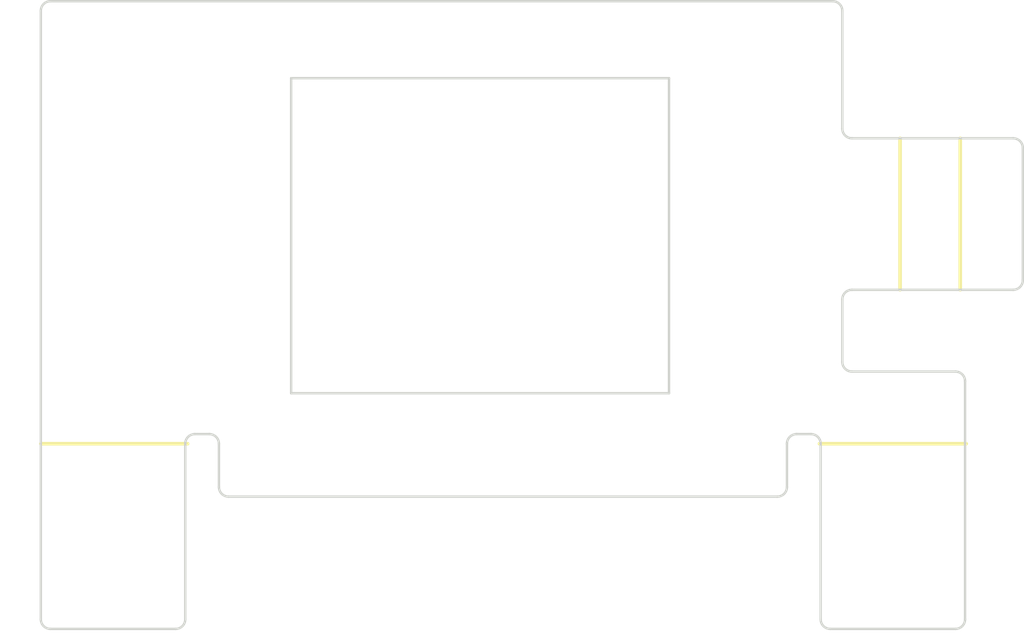
<source format=kicad_pcb>
(kicad_pcb (version 20240108) (generator "pcbnew") (generator_version "8.0")
  (layers (0 "F.Cu" signal) (31 "B.Cu" signal) (34 "B.Paste" user) (35 "F.Paste" user) (36 "B.SilkS" user "B.Silkscreen") (37 "F.SilkS" user "F.Silkscreen") (38 "B.Mask" user) (39 "F.Mask" user) (44 "Edge.Cuts" user))
  (net 0 "")
  (footprint "alxlab:Hole_3.6mm" (layer "F.Cu") (at 115.9 64.9)
    (property "Reference" "REF**" (hide yes))
    (property "Value" "Hole_3.6mm")
    (pad "" np_thru_hole circle (at 0 0) (size 3.6 3.6) (drill 3.6) (layers "F&B.Cu" "*.Mask"))
  )
  (footprint "alxlab:2.6mm Hole" (layer "F.Cu") (at 90.1 75.2)
    (property "Reference" "REF**" (hide yes))
    (property "Value" "2.6mm Hole")
    (pad "" np_thru_hole circle (at 0 0) (size 2.6 2.6) (drill 2.6) (layers "F&B.Cu" "*.Mask"))
  )
  (footprint "alxlab:2.6mm Hole" (layer "F.Cu") (at 122.5 75.2)
    (property "Reference" "REF**" (hide yes))
    (property "Value" "2.6mm Hole")
    (pad "" np_thru_hole circle (at 0 0) (size 2.6 2.6) (drill 2.6) (layers "F&B.Cu" "*.Mask"))
  )
  (gr_line (start 87.1 70.5) (end 93.2 70.5) (stroke (width 0.15)) (layer "F.SilkS"))
  (gr_line (start 122.8 64.1) (end 122.8 57.8) (stroke (width 0.15)) (layer "F.SilkS"))
  (gr_line (start 119.45 70.5) (end 125.55 70.5) (stroke (width 0.15)) (layer "F.SilkS"))
  (gr_line (start 125.3 64.1) (end 125.3 57.8) (stroke (width 0.15)) (layer "F.SilkS"))
  (gr_arc (start 93.1 77.8) (mid 92.982843 78.082843) (end 92.7 78.2) (stroke (width 0.1)) (layer "Edge.Cuts"))
  (gr_arc (start 87.5 78.2) (mid 87.217157 78.082843) (end 87.1 77.8) (stroke (width 0.1)) (layer "Edge.Cuts"))
  (gr_arc (start 118.099998 70.5) (mid 118.217156 70.217156) (end 118.5 70.1) (stroke (width 0.1)) (layer "Edge.Cuts"))
  (gr_arc (start 94.9 72.7) (mid 94.617157 72.582843) (end 94.5 72.3) (stroke (width 0.1)) (layer "Edge.Cuts"))
  (gr_arc (start 119.9 78.2) (mid 119.617157 78.082843) (end 119.5 77.8) (stroke (width 0.1)) (layer "Edge.Cuts"))
  (gr_line (start 127.5 57.8) (end 122.8 57.8) (stroke (width 0.1)) (layer "Edge.Cuts"))
  (gr_arc (start 94.1 70.1) (mid 94.382843 70.217157) (end 94.5 70.5) (stroke (width 0.1)) (layer "Edge.Cuts"))
  (gr_line (start 94.9 72.7) (end 117.7 72.7) (stroke (width 0.1)) (layer "Edge.Cuts"))
  (gr_arc (start 127.5 57.8) (mid 127.782843 57.917157) (end 127.9 58.2) (stroke (width 0.1)) (layer "Edge.Cuts"))
  (gr_arc (start 120.8 67.5) (mid 120.517158 67.382843) (end 120.4 67.1) (stroke (width 0.1)) (layer "Edge.Cuts"))
  (gr_line (start 122.8 57.8) (end 120.8 57.8) (stroke (width 0.1)) (layer "Edge.Cuts"))
  (gr_arc (start 118.1 72.3) (mid 117.982843 72.582842) (end 117.7 72.7) (stroke (width 0.1)) (layer "Edge.Cuts"))
  (gr_line (start 119.5 70.5) (end 119.5 77.8) (stroke (width 0.1)) (layer "Edge.Cuts"))
  (gr_arc (start 125.5 77.8) (mid 125.382843 78.082842) (end 125.1 78.2) (stroke (width 0.1)) (layer "Edge.Cuts"))
  (gr_arc (start 125.1 67.5) (mid 125.382842 67.617157) (end 125.5 67.9) (stroke (width 0.1)) (layer "Edge.Cuts"))
  (gr_line (start 113.2 68.4) (end 97.5 68.4) (stroke (width 0.1)) (layer "Edge.Cuts"))
  (gr_line (start 127.9 63.7) (end 127.9 58.2) (stroke (width 0.1)) (layer "Edge.Cuts"))
  (gr_line (start 97.5 68.4) (end 97.5 55.3) (stroke (width 0.1)) (layer "Edge.Cuts"))
  (gr_line (start 122.8 64.1) (end 127.5 64.1) (stroke (width 0.1)) (layer "Edge.Cuts"))
  (gr_arc (start 93.1 70.5) (mid 93.217157 70.217157) (end 93.5 70.1) (stroke (width 0.1)) (layer "Edge.Cuts"))
  (gr_arc (start 120 52.1) (mid 120.282842 52.217157) (end 120.4 52.5) (stroke (width 0.1)) (layer "Edge.Cuts"))
  (gr_arc (start 87.1 52.5) (mid 87.217157 52.217157) (end 87.5 52.1) (stroke (width 0.1)) (layer "Edge.Cuts"))
  (gr_line (start 93.1 77.8) (end 93.1 70.5) (stroke (width 0.1)) (layer "Edge.Cuts"))
  (gr_line (start 125.5 77.8) (end 125.5 67.9) (stroke (width 0.1)) (layer "Edge.Cuts"))
  (gr_line (start 93.5 70.1) (end 94.1 70.1) (stroke (width 0.1)) (layer "Edge.Cuts"))
  (gr_line (start 118.5 70.1) (end 119.1 70.1) (stroke (width 0.1)) (layer "Edge.Cuts"))
  (gr_line (start 94.5 70.5) (end 94.5 72.3) (stroke (width 0.1)) (layer "Edge.Cuts"))
  (gr_line (start 97.5 55.3) (end 113.2 55.3) (stroke (width 0.1)) (layer "Edge.Cuts"))
  (gr_arc (start 120.8 57.8) (mid 120.517158 57.682843) (end 120.4 57.4) (stroke (width 0.1)) (layer "Edge.Cuts"))
  (gr_line (start 120.4 67.1) (end 120.4 64.5) (stroke (width 0.1)) (layer "Edge.Cuts"))
  (gr_arc (start 127.9 63.7) (mid 127.782843 63.982843) (end 127.5 64.1) (stroke (width 0.1)) (layer "Edge.Cuts"))
  (gr_arc (start 120.4 64.5) (mid 120.517157 64.217158) (end 120.8 64.1) (stroke (width 0.1)) (layer "Edge.Cuts"))
  (gr_arc (start 119.1 70.1) (mid 119.382843 70.217157) (end 119.5 70.5) (stroke (width 0.1)) (layer "Edge.Cuts"))
  (gr_line (start 87.5 78.2) (end 92.7 78.2) (stroke (width 0.1)) (layer "Edge.Cuts"))
  (gr_line (start 120.8 64.1) (end 122.8 64.1) (stroke (width 0.1)) (layer "Edge.Cuts"))
  (gr_line (start 113.2 55.3) (end 113.2 68.4) (stroke (width 0.1)) (layer "Edge.Cuts"))
  (gr_line (start 118.1 72.3) (end 118.099998 70.5) (stroke (width 0.1)) (layer "Edge.Cuts"))
  (gr_line (start 87.1 52.5) (end 87.1 77.8) (stroke (width 0.1)) (layer "Edge.Cuts"))
  (gr_line (start 120.4 57.4) (end 120.4 52.5) (stroke (width 0.1)) (layer "Edge.Cuts"))
  (gr_line (start 119.9 78.2) (end 125.1 78.2) (stroke (width 0.1)) (layer "Edge.Cuts"))
  (gr_line (start 120 52.1) (end 87.5 52.1) (stroke (width 0.1)) (layer "Edge.Cuts"))
  (gr_line (start 125.1 67.5) (end 120.8 67.5) (stroke (width 0.1)) (layer "Edge.Cuts"))
)
</source>
